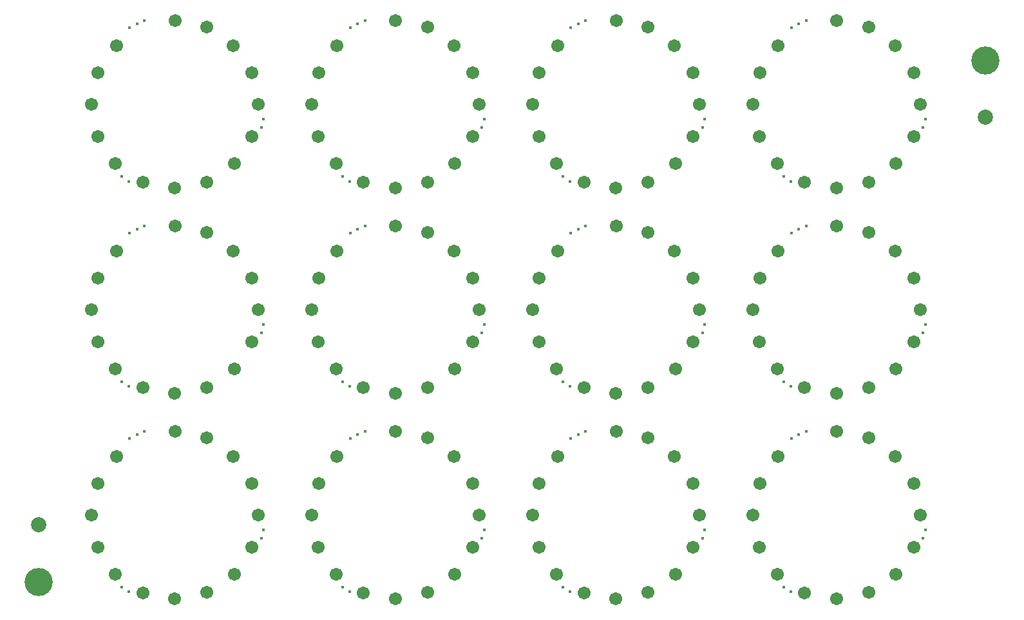
<source format=gbs>
G04*
G04 #@! TF.GenerationSoftware,Altium Limited,Altium Designer,19.0.15 (446)*
G04*
G04 Layer_Color=16711935*
%FSAX25Y25*%
%MOIN*%
G70*
G01*
G75*
%ADD11C,0.14567*%
%ADD15C,0.07874*%
%ADD16C,0.01784*%
%ADD17C,0.06706*%
D11*
X0769685Y0293307D02*
D03*
X1259842Y0563189D02*
D03*
D15*
X0769685Y0322835D02*
D03*
X1259842Y0533661D02*
D03*
D16*
X1155404Y0290384D02*
D03*
X1159053Y0288022D02*
D03*
X1159369Y0367538D02*
D03*
X1163219Y0369546D02*
D03*
X1167046Y0371199D02*
D03*
X1227569Y0315935D02*
D03*
X1228632Y0320306D02*
D03*
X1155404Y0396684D02*
D03*
X1159053Y0394321D02*
D03*
X1159369Y0473837D02*
D03*
X1163219Y0475845D02*
D03*
X1167046Y0477498D02*
D03*
X1227569Y0422235D02*
D03*
X1228632Y0426605D02*
D03*
X1155404Y0502983D02*
D03*
X1159053Y0500620D02*
D03*
X1159369Y0580136D02*
D03*
X1163219Y0582144D02*
D03*
X1167046Y0583798D02*
D03*
X1227569Y0528534D02*
D03*
X1228632Y0532904D02*
D03*
X1041231Y0290384D02*
D03*
X1044880Y0288022D02*
D03*
X1045195Y0367538D02*
D03*
X1049046Y0369546D02*
D03*
X1052872Y0371199D02*
D03*
X1113396Y0315935D02*
D03*
X1114459Y0320306D02*
D03*
X1041231Y0396684D02*
D03*
X1044880Y0394321D02*
D03*
X1045195Y0473837D02*
D03*
X1049046Y0475845D02*
D03*
X1052872Y0477498D02*
D03*
X1113396Y0422235D02*
D03*
X1114459Y0426605D02*
D03*
X1041231Y0502983D02*
D03*
X1044880Y0500620D02*
D03*
X1045195Y0580136D02*
D03*
X1049046Y0582144D02*
D03*
X1052872Y0583798D02*
D03*
X1113396Y0528534D02*
D03*
X1114459Y0532904D02*
D03*
X1000286Y0320306D02*
D03*
X0999223Y0315935D02*
D03*
X0938699Y0371199D02*
D03*
X0934873Y0369546D02*
D03*
X0931022Y0367538D02*
D03*
X0930707Y0288022D02*
D03*
X0927057Y0290384D02*
D03*
X1000286Y0426605D02*
D03*
X0999223Y0422235D02*
D03*
X0938699Y0477498D02*
D03*
X0934873Y0475845D02*
D03*
X0931022Y0473837D02*
D03*
X0930707Y0394321D02*
D03*
X0927057Y0396684D02*
D03*
X1000286Y0532904D02*
D03*
X0999223Y0528534D02*
D03*
X0938699Y0583798D02*
D03*
X0934873Y0582144D02*
D03*
X0931022Y0580136D02*
D03*
X0930707Y0500620D02*
D03*
X0927057Y0502983D02*
D03*
X0886113Y0320306D02*
D03*
X0885050Y0315935D02*
D03*
X0824526Y0371199D02*
D03*
X0820699Y0369546D02*
D03*
X0816849Y0367538D02*
D03*
X0816533Y0288022D02*
D03*
X0812884Y0290384D02*
D03*
X0886113Y0426605D02*
D03*
X0885050Y0422235D02*
D03*
X0824526Y0477498D02*
D03*
X0820699Y0475845D02*
D03*
X0816849Y0473837D02*
D03*
X0816533Y0394321D02*
D03*
X0812884Y0396684D02*
D03*
X0886113Y0532904D02*
D03*
X0885050Y0528534D02*
D03*
X0824526Y0583798D02*
D03*
X0820699Y0582144D02*
D03*
X0816849Y0580136D02*
D03*
X0816533Y0500620D02*
D03*
X0812884Y0502983D02*
D03*
D17*
X1152491Y0358101D02*
D03*
X1143002Y0344226D02*
D03*
X1139499Y0327719D02*
D03*
X1142871Y0311172D02*
D03*
X1152097Y0297077D02*
D03*
X1166185Y0287640D02*
D03*
X1182778Y0284479D02*
D03*
X1199384Y0287658D02*
D03*
X1213514Y0297077D02*
D03*
X1222658Y0311202D02*
D03*
X1226085Y0327719D02*
D03*
X1222645Y0344137D02*
D03*
X1213120Y0358101D02*
D03*
X1199339Y0367714D02*
D03*
X1182806Y0371093D02*
D03*
X1152491Y0464400D02*
D03*
X1143002Y0450525D02*
D03*
X1139499Y0434018D02*
D03*
X1142871Y0417471D02*
D03*
X1152097Y0403376D02*
D03*
X1166185Y0393939D02*
D03*
X1182778Y0390778D02*
D03*
X1199384Y0393957D02*
D03*
X1213514Y0403376D02*
D03*
X1222658Y0417501D02*
D03*
X1226085Y0434018D02*
D03*
X1222645Y0450436D02*
D03*
X1213120Y0464400D02*
D03*
X1199339Y0474013D02*
D03*
X1182806Y0477392D02*
D03*
X1152491Y0570699D02*
D03*
X1143002Y0556824D02*
D03*
X1139499Y0540317D02*
D03*
X1142871Y0523770D02*
D03*
X1152097Y0509676D02*
D03*
X1166185Y0500239D02*
D03*
X1182778Y0497077D02*
D03*
X1199384Y0500256D02*
D03*
X1213514Y0509676D02*
D03*
X1222658Y0523800D02*
D03*
X1226085Y0540317D02*
D03*
X1222645Y0556735D02*
D03*
X1213120Y0570699D02*
D03*
X1199339Y0580312D02*
D03*
X1182806Y0583691D02*
D03*
X1038317Y0358101D02*
D03*
X1028829Y0344226D02*
D03*
X1025325Y0327719D02*
D03*
X1028698Y0311172D02*
D03*
X1037924Y0297077D02*
D03*
X1052012Y0287640D02*
D03*
X1068605Y0284479D02*
D03*
X1085211Y0287658D02*
D03*
X1099341Y0297077D02*
D03*
X1108484Y0311202D02*
D03*
X1111912Y0327719D02*
D03*
X1108472Y0344137D02*
D03*
X1098947Y0358101D02*
D03*
X1085166Y0367714D02*
D03*
X1068632Y0371093D02*
D03*
X1038317Y0464400D02*
D03*
X1028829Y0450525D02*
D03*
X1025325Y0434018D02*
D03*
X1028698Y0417471D02*
D03*
X1037924Y0403376D02*
D03*
X1052012Y0393939D02*
D03*
X1068605Y0390778D02*
D03*
X1085211Y0393957D02*
D03*
X1099341Y0403376D02*
D03*
X1108484Y0417501D02*
D03*
X1111912Y0434018D02*
D03*
X1108472Y0450436D02*
D03*
X1098947Y0464400D02*
D03*
X1085166Y0474013D02*
D03*
X1068632Y0477392D02*
D03*
X1038317Y0570699D02*
D03*
X1028829Y0556824D02*
D03*
X1025325Y0540317D02*
D03*
X1028698Y0523770D02*
D03*
X1037924Y0509676D02*
D03*
X1052012Y0500239D02*
D03*
X1068605Y0497077D02*
D03*
X1085211Y0500256D02*
D03*
X1099341Y0509676D02*
D03*
X1108484Y0523800D02*
D03*
X1111912Y0540317D02*
D03*
X1108472Y0556735D02*
D03*
X1098947Y0570699D02*
D03*
X1085166Y0580312D02*
D03*
X1068632Y0583691D02*
D03*
X0924144Y0358101D02*
D03*
X0914656Y0344226D02*
D03*
X0911152Y0327719D02*
D03*
X0914524Y0311172D02*
D03*
X0923750Y0297077D02*
D03*
X0937838Y0287640D02*
D03*
X0954432Y0284479D02*
D03*
X0971037Y0287658D02*
D03*
X0985168Y0297077D02*
D03*
X0994311Y0311202D02*
D03*
X0997739Y0327719D02*
D03*
X0994299Y0344137D02*
D03*
X0984774Y0358101D02*
D03*
X0970992Y0367714D02*
D03*
X0954459Y0371093D02*
D03*
X0924144Y0464400D02*
D03*
X0914656Y0450525D02*
D03*
X0911152Y0434018D02*
D03*
X0914524Y0417471D02*
D03*
X0923750Y0403376D02*
D03*
X0937838Y0393939D02*
D03*
X0954432Y0390778D02*
D03*
X0971037Y0393957D02*
D03*
X0985168Y0403376D02*
D03*
X0994311Y0417501D02*
D03*
X0997739Y0434018D02*
D03*
X0994299Y0450436D02*
D03*
X0984774Y0464400D02*
D03*
X0970992Y0474013D02*
D03*
X0954459Y0477392D02*
D03*
X0924144Y0570699D02*
D03*
X0914656Y0556824D02*
D03*
X0911152Y0540317D02*
D03*
X0914524Y0523770D02*
D03*
X0923750Y0509676D02*
D03*
X0937838Y0500239D02*
D03*
X0954432Y0497077D02*
D03*
X0971037Y0500256D02*
D03*
X0985168Y0509676D02*
D03*
X0994311Y0523800D02*
D03*
X0997739Y0540317D02*
D03*
X0994299Y0556735D02*
D03*
X0984774Y0570699D02*
D03*
X0970992Y0580312D02*
D03*
X0954459Y0583691D02*
D03*
X0809971Y0358101D02*
D03*
X0800482Y0344226D02*
D03*
X0796979Y0327719D02*
D03*
X0800351Y0311172D02*
D03*
X0809577Y0297077D02*
D03*
X0823665Y0287640D02*
D03*
X0840258Y0284479D02*
D03*
X0856864Y0287658D02*
D03*
X0870994Y0297077D02*
D03*
X0880138Y0311202D02*
D03*
X0883565Y0327719D02*
D03*
X0880126Y0344137D02*
D03*
X0870601Y0358101D02*
D03*
X0856819Y0367714D02*
D03*
X0840286Y0371093D02*
D03*
X0809971Y0464400D02*
D03*
X0800482Y0450525D02*
D03*
X0796979Y0434018D02*
D03*
X0800351Y0417471D02*
D03*
X0809577Y0403376D02*
D03*
X0823665Y0393939D02*
D03*
X0840258Y0390778D02*
D03*
X0856864Y0393957D02*
D03*
X0870994Y0403376D02*
D03*
X0880138Y0417501D02*
D03*
X0883565Y0434018D02*
D03*
X0880126Y0450436D02*
D03*
X0870601Y0464400D02*
D03*
X0856819Y0474013D02*
D03*
X0840286Y0477392D02*
D03*
X0809971Y0570699D02*
D03*
X0800482Y0556824D02*
D03*
X0796979Y0540317D02*
D03*
X0800351Y0523770D02*
D03*
X0809577Y0509676D02*
D03*
X0823665Y0500239D02*
D03*
X0840258Y0497077D02*
D03*
X0856864Y0500256D02*
D03*
X0870994Y0509676D02*
D03*
X0880138Y0523800D02*
D03*
X0883565Y0540317D02*
D03*
X0880126Y0556735D02*
D03*
X0870601Y0570699D02*
D03*
X0856819Y0580312D02*
D03*
X0840286Y0583691D02*
D03*
M02*

</source>
